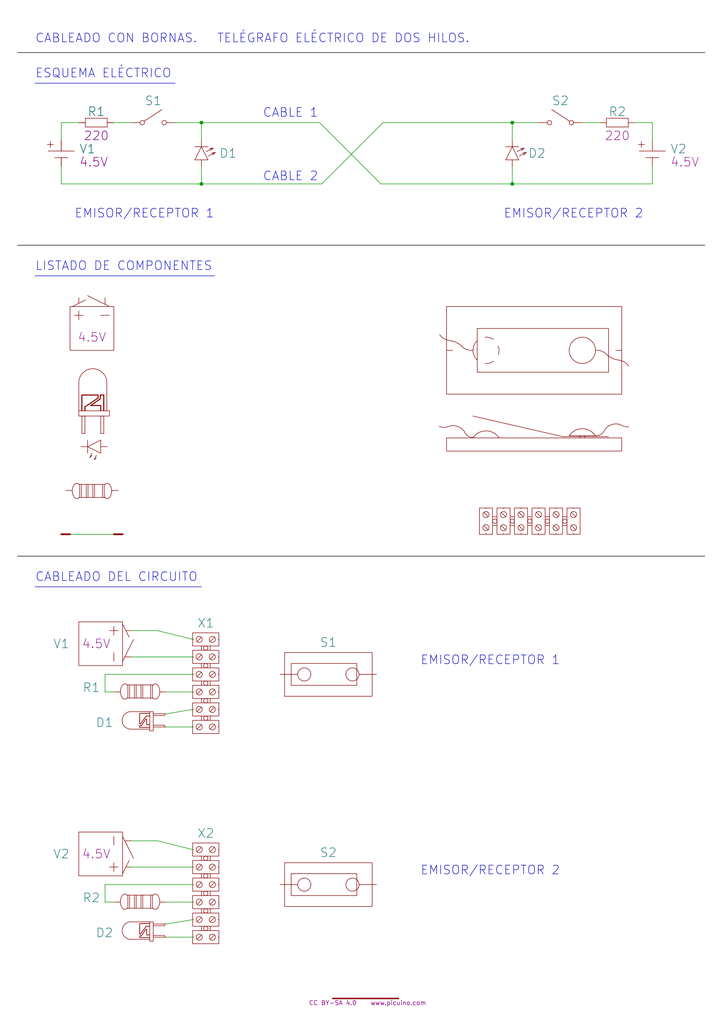
<source format=kicad_sch>
(kicad_sch (version 20230121) (generator eeschema)
  (paper "A4" portrait)
  (title_block (title "Circuitos eléctricos. Cableado con bornas.") (date "14/12/2018") (company "www.picuino.com") (comment 1 "Copyright (c) 2018 by Carlos Pardo") (comment 2 "License CC BY-SA 4.0"))
  (lib_symbols
    (symbol "electronic-bornas-telegrafo-rescue:CopyRight-simbolos" (pin_names (offset 1.016))
      (property "License" "Licencia CC BY-SA 4.0" (at 9.525 5.715 0))
      (property "Author" "Carlos Pardo" (at 7.62 3.81 0))
      (property "Date" "© 2018" (at -1.27 3.81 0))
      (property "Web" "www.picuino.com" (at 9.525 1.905 0))
      (symbol "CopyRight-simbolos_0_1"
        (polyline (pts (xy 0 0) (xy 19.05 0)) (stroke (width 0.4064)))
      )
    )
    (symbol "electronic-bornas-telegrafo-rescue:LED_pack-simbolos" (pin_names (offset 1.016))
      (property "Reference" "D" (at 8.89 5.08 0))
      (symbol "LED_pack-simbolos_0_1"
        (polyline (pts (xy 0 0) (xy 0 9.652)))
        (polyline (pts (xy 2.54 -8.89) (xy 0.635 -8.89)))
        (polyline (pts (xy 2.54 -6.985) (xy 2.54 -10.795)))
        (polyline (pts (xy 3.175 -12.065) (xy 3.81 -11.43)))
        (polyline (pts (xy 3.81 -10.795) (xy 3.175 -12.065)))
        (polyline (pts (xy 4.445 -12.7) (xy 5.08 -12.065)))
        (polyline (pts (xy 5.08 -11.43) (xy 4.445 -12.7)))
        (polyline (pts (xy 6.35 -8.89) (xy 8.255 -8.89)))
        (polyline (pts (xy 8.128 1.524) (xy 8.128 9.652)))
        (polyline (pts (xy 0 1.524) (xy 8.89 1.524) (xy 8.89 0) (xy 0 0)))
        (polyline (pts (xy 6.35 -6.985) (xy 6.35 -10.795) (xy 2.54 -8.89) (xy 6.35 -6.985)))
        (polyline (pts (xy 0.889 1.524) (xy 0.889 6.096) (xy 5.588 6.096) (xy 5.588 5.207) (xy 1.778 2.667) (xy 1.778 1.524)) (stroke (width 0.3048)))
        (polyline (pts (xy 7.239 1.524) (xy 7.239 6.096) (xy 6.223 6.096) (xy 6.223 4.953) (xy 3.429 3.048) (xy 6.35 3.048) (xy 6.35 1.524)) (stroke (width 0.3048)))
        (rectangle (start 0.889 0) (end 1.778 -5.08))
        (rectangle (start 6.35 0) (end 7.239 -5.08))
        (arc (start 8.128 9.652) (mid 4.064 13.6983) (end 0 9.652))
      )
    )
    (symbol "electronic-bornas-telegrafo-rescue:LED_pack_5mm-simbolos" (pin_names (offset 1.016))
      (property "Reference" "D" (at 5.08 7.62 0))
      (symbol "LED_pack_5mm-simbolos_0_1"
        (polyline (pts (xy -0.635 10.287) (xy -0.635 4.826)))
        (polyline (pts (xy 0 1.905) (xy 0 3.81)))
        (polyline (pts (xy 3.81 1.905) (xy 3.81 3.81)))
        (polyline (pts (xy 4.445 10.287) (xy 4.445 4.826)))
        (polyline (pts (xy 0 0.508) (xy 0.508 0.508) (xy 0.508 3.81)))
        (polyline (pts (xy 3.81 0.508) (xy 3.302 0.508) (xy 3.302 3.81)))
        (polyline (pts (xy -0.127 4.826) (xy -0.127 7.747) (xy 2.921 7.747) (xy 2.921 7.493) (xy 0.635 5.842) (xy 0.635 4.826)) (stroke (width 0.2032)))
        (polyline (pts (xy 4.445 4.826) (xy -0.635 4.826) (xy -0.635 3.81) (xy 4.953 3.81) (xy 4.953 4.826) (xy 4.445 4.826)))
        (polyline (pts (xy 3.937 4.826) (xy 3.937 7.747) (xy 3.429 7.747) (xy 3.429 7.239) (xy 1.524 5.969) (xy 1.524 5.715) (xy 3.175 5.715) (xy 3.175 4.826)) (stroke (width 0.2032)))
        (arc (start 4.445 10.287) (mid 1.905 12.816) (end -0.635 10.287))
      )
      (symbol "LED_pack_5mm-simbolos_1_1"
        (pin input line (at 0 0 90) (length 1.905) (name "") (number ""))
        (pin input line (at 3.81 0 90) (length 1.905) (name "") (number ""))
      )
    )
    (symbol "electronic-bornas-telegrafo-rescue:Pila-simbolos" (pin_names (offset 1.016))
      (property "Reference" "V" (at 5.08 -4.445 0))
      (symbol "Pila-simbolos_0_1"
        (polyline (pts (xy -4.064 -1.27) (xy -2.286 -1.27)))
        (polyline (pts (xy -3.81 -3.175) (xy 3.81 -3.175)))
        (polyline (pts (xy -3.175 -0.381) (xy -3.175 -2.159)))
        (polyline (pts (xy -1.905 -5.08) (xy 1.905 -5.08)))
      )
      (symbol "Pila-simbolos_1_1"
        (pin input line (at 0 -7.62 90) (length 2.54) (name "") (number ""))
        (pin input line (at 0 0 270) (length 3.175) (name "") (number ""))
      )
    )
    (symbol "electronic-bornas-telegrafo-rescue:borna_6x2-simbolos" (pin_names (offset 1.016))
      (property "Reference" "X" (at 3.81 3.81 0))
      (symbol "borna_6x2-simbolos_0_1"
        (rectangle (start 0 -23.495) (end 7.62 -27.305))
        (rectangle (start 0 -18.415) (end 7.62 -22.225))
        (rectangle (start 0 -13.335) (end 7.62 -17.145))
        (rectangle (start 0 -8.255) (end 7.62 -12.065))
        (rectangle (start 0 -3.175) (end 7.62 -6.985))
        (polyline (pts (xy 1.27 -26.035) (xy 2.54 -24.765)))
        (polyline (pts (xy 1.27 -20.955) (xy 2.54 -19.685)))
        (polyline (pts (xy 1.27 -15.875) (xy 2.54 -14.605)))
        (polyline (pts (xy 1.27 -10.795) (xy 2.54 -9.525)))
        (polyline (pts (xy 1.27 -5.715) (xy 2.54 -4.445)))
        (polyline (pts (xy 1.27 -0.635) (xy 2.54 0.635)))
        (polyline (pts (xy 2.54 -23.495) (xy 2.54 -22.225)))
        (polyline (pts (xy 2.54 -18.415) (xy 2.54 -17.145)))
        (polyline (pts (xy 2.54 -13.335) (xy 2.54 -12.065)))
        (polyline (pts (xy 2.54 -8.255) (xy 2.54 -6.985)))
        (polyline (pts (xy 2.54 -3.175) (xy 2.54 -1.905)))
        (polyline (pts (xy 5.08 -26.035) (xy 6.35 -24.765)))
        (polyline (pts (xy 5.08 -23.495) (xy 5.08 -22.225)))
        (polyline (pts (xy 5.08 -20.955) (xy 6.35 -19.685)))
        (polyline (pts (xy 5.08 -18.415) (xy 5.08 -17.145)))
        (polyline (pts (xy 5.08 -15.875) (xy 6.35 -14.605)))
        (polyline (pts (xy 5.08 -13.335) (xy 5.08 -12.065)))
        (polyline (pts (xy 5.08 -10.795) (xy 6.35 -9.525)))
        (polyline (pts (xy 5.08 -8.255) (xy 5.08 -6.985)))
        (polyline (pts (xy 5.08 -5.715) (xy 6.35 -4.445)))
        (polyline (pts (xy 5.08 -3.175) (xy 5.08 -1.905)))
        (polyline (pts (xy 5.08 -0.635) (xy 6.35 0.635)))
        (rectangle (start 0 1.905) (end 7.62 -1.905))
        (circle (center 1.905 -25.4) (radius 0.889))
        (circle (center 1.905 -20.32) (radius 0.889))
        (circle (center 1.905 -15.24) (radius 0.889))
        (circle (center 1.905 -10.16) (radius 0.889))
        (circle (center 1.905 -5.08) (radius 0.889))
        (circle (center 1.905 0) (radius 0.889))
        (circle (center 3.81 -22.86) (radius 0.635))
        (circle (center 3.81 -17.78) (radius 0.635))
        (circle (center 3.81 -12.7) (radius 0.635))
        (circle (center 3.81 -7.62) (radius 0.635))
        (circle (center 3.81 -2.54) (radius 0.635))
        (circle (center 5.715 -25.4) (radius 0.889))
        (circle (center 5.715 -20.32) (radius 0.889))
        (circle (center 5.715 -15.24) (radius 0.889))
        (circle (center 5.715 -10.16) (radius 0.889))
        (circle (center 5.715 -5.08) (radius 0.889))
        (circle (center 5.715 0) (radius 0.889))
      )
      (symbol "borna_6x2-simbolos_1_1"
        (pin input line (at 0 -25.4 0) (length 0.254) (name "") (number ""))
        (pin input line (at 0 -20.32 0) (length 0.254) (name "") (number ""))
        (pin input line (at 0 -15.24 0) (length 0.254) (name "") (number ""))
        (pin input line (at 0 -10.16 0) (length 0.254) (name "") (number ""))
        (pin input line (at 0 -5.08 0) (length 0.254) (name "") (number ""))
        (pin input line (at 0 0 0) (length 0.254) (name "") (number ""))
        (pin input line (at 7.62 -25.4 180) (length 0.254) (name "") (number ""))
        (pin input line (at 7.62 -20.32 180) (length 0.254) (name "") (number ""))
        (pin input line (at 7.62 -15.24 180) (length 0.254) (name "") (number ""))
        (pin input line (at 7.62 -10.16 180) (length 0.254) (name "") (number ""))
        (pin input line (at 7.62 -5.08 180) (length 0.254) (name "") (number ""))
        (pin input line (at 7.62 0 180) (length 0.254) (name "") (number ""))
      )
    )
    (symbol "electronic-bornas-telegrafo-rescue:cable-simbolos" (pin_names (offset 1.016))
      (symbol "cable-simbolos_0_1"
        (polyline (pts (xy 0 0) (xy 2.54 0)) (stroke (width 0.508)))
      )
      (symbol "cable-simbolos_1_1"
        (pin input line (at 0 0 0) (length 1.778) (name "") (number ""))
        (pin input line (at 2.54 0 180) (length 1.778) (name "") (number ""))
      )
    )
    (symbol "electronic-bornas-telegrafo-rescue:diodo_led-simbolos" (pin_names (offset 1.016))
      (property "Reference" "D" (at 5.08 -3.81 0))
      (symbol "diodo_led-simbolos_0_1"
        (polyline (pts (xy 1.397 -4.318) (xy 3.429 -5.334)))
        (polyline (pts (xy 1.905 -5.715) (xy -1.905 -5.715)))
        (polyline (pts (xy 2.032 -3.048) (xy 4.064 -4.064)))
        (polyline (pts (xy 3.429 -5.334) (xy 2.3622 -5.1816)))
        (polyline (pts (xy 3.429 -5.334) (xy 2.667 -4.572)))
        (polyline (pts (xy 4.064 -4.064) (xy 2.9972 -3.9116)))
        (polyline (pts (xy 4.064 -4.064) (xy 3.302 -3.302)))
        (polyline (pts (xy 1.905 -1.905) (xy -1.905 -1.905) (xy 0 -5.715) (xy 1.905 -1.905)))
      )
      (symbol "diodo_led-simbolos_1_1"
        (pin input line (at 0 -7.62 90) (length 1.905) (name "") (number ""))
        (pin input line (at 0 0 270) (length 1.905) (name "") (number ""))
      )
    )
    (symbol "electronic-bornas-telegrafo-rescue:pila_petaca-simbolos" (pin_names (offset 1.016))
      (property "Reference" "V" (at 11.43 -8.89 0))
      (property "V" "4.5V" (at 3.81 -12.7 0))
      (symbol "pila_petaca-simbolos_0_1"
        (rectangle (start -2.54 -2.54) (end 10.16 -15.24))
        (polyline (pts (xy -1.27 -5.08) (xy 1.27 -5.08)))
        (polyline (pts (xy -1.27 -2.54) (xy 5.08 0.635)))
        (polyline (pts (xy 7.62 -3.81) (xy 7.62 -6.35)))
        (polyline (pts (xy 8.89 -5.08) (xy 6.35 -5.08)))
        (polyline (pts (xy 9.525 -2.54) (xy 5.715 -0.635)))
      )
      (symbol "pila_petaca-simbolos_1_1"
        (pin input line (at 0 0 270) (length 1.905) (name "") (number ""))
        (pin input line (at 7.62 0 270) (length 1.524) (name "") (number ""))
      )
    )
    (symbol "electronic-bornas-telegrafo-rescue:pulsador_telegrafo-simbolos" (pin_names (offset 1.016))
      (property "Reference" "S" (at 1.905 9.525 0))
      (symbol "pulsador_telegrafo-simbolos_0_1"
        (arc (start -2.159 -22.098) (mid -0.6222 -22.3214) (end 0.889 -21.971))
        (arc (start -2.032 4.572) (mid -0.6938 3.3613) (end 1.016 2.794))
        (rectangle (start 0 -25.4) (end 50.8 -29.21))
        (rectangle (start 0 -12.7) (end 50.8 12.7))
        (polyline (pts (xy 35.56 -24.765) (xy 43.18 -24.765)))
        (polyline (pts (xy 38.735 -24.765) (xy 38.735 -25.4)))
        (polyline (pts (xy 40.005 -24.765) (xy 40.005 -25.4)))
        (polyline (pts (xy 46.99 -25.019) (xy 33.655 -25.019) (xy 7.62 -19.05)))
        (arc (start 4.318 1.27) (mid 2.7858 2.2873) (end 1.016 2.794))
        (arc (start 4.318 1.27) (mid 5.8179 0.2354) (end 7.62 0))
        (arc (start 5.207 -23.622) (mid 3.3153 -22.0965) (end 0.889 -21.971))
        (arc (start 5.207 -23.622) (mid 6.2653 -24.8988) (end 7.874 -25.273))
        (arc (start 8.89 2.794) (mid 7.654 0) (end 8.89 -2.794))
        (rectangle (start 8.89 6.35) (end 46.99 -6.35))
        (arc (start 11.176 -3.81) (mid 12.4376 -3.6997) (end 13.589 -3.175))
        (arc (start 13.589 3.175) (mid 12.4359 3.6931) (end 11.176 3.81))
        (arc (start 14.986 -1.27) (mid 15.206 0) (end 14.986 1.27))
        (arc (start 15.24 -25.4) (mid 11.43 -23.3609) (end 7.62 -25.4))
        (circle (center 39.37 0) (radius 3.81))
        (arc (start 43.18 -24.765) (mid 39.37 -22.7259) (end 35.56 -24.765))
        (arc (start 43.18 -24.765) (mid 44.777 -24.3721) (end 45.847 -23.114))
        (arc (start 46.482 -1.27) (mid 44.9821 -0.2354) (end 43.18 0))
        (arc (start 46.482 -1.27) (mid 48.0142 -2.2873) (end 49.784 -2.794))
        (arc (start 50.165 -21.463) (mid 47.7394 -21.5904) (end 45.847 -23.114))
        (arc (start 50.165 -21.463) (mid 51.4494 -22.0148) (end 52.832 -22.225))
        (arc (start 52.832 -4.572) (mid 51.4938 -3.3613) (end 49.784 -2.794))
      )
      (symbol "pulsador_telegrafo-simbolos_1_1"
        (pin input line (at 0 0 0) (length 1.778) (name "") (number ""))
        (pin input line (at 50.8 0 180) (length 1.778) (name "") (number ""))
      )
    )
    (symbol "electronic-bornas-telegrafo-rescue:pulsador_telegrafo_2-simbolos" (pin_names (offset 1.016))
      (property "Reference" "S" (at 14.605 8.255 0))
      (symbol "pulsador_telegrafo_2-simbolos_0_1"
        (rectangle (start 1.27 6.35) (end 26.67 -6.35))
        (rectangle (start 5.715 3.175) (end 24.765 -3.175))
        (circle (center 6.985 0) (radius 1.905))
        (circle (center 20.955 0) (radius 1.905))
      )
      (symbol "pulsador_telegrafo_2-simbolos_1_1"
        (pin input line (at 0 0 0) (length 5.08) (name "") (number ""))
        (pin input line (at 27.94 0 180) (length 5.08) (name "") (number ""))
      )
    )
    (symbol "electronic-bornas-telegrafo-rescue:resistencia-simbolos" (pin_names (offset 1.016))
      (property "Reference" "R" (at 1.905 -5.08 0))
      (symbol "resistencia-simbolos_0_1"
        (rectangle (start -1.27 -1.905) (end 1.27 -8.255))
      )
      (symbol "resistencia-simbolos_1_1"
        (pin input line (at 0 -10.16 90) (length 1.905) (name "") (number ""))
        (pin input line (at 0 0 270) (length 1.905) (name "") (number ""))
      )
    )
    (symbol "electronic-bornas-telegrafo-rescue:resistencia_pack-simbolos" (pin_names (offset 1.016))
      (property "Reference" "R" (at 6.35 3.81 0))
      (property "R" "100" (at 6.985 3.81 0))
      (symbol "resistencia_pack-simbolos_0_1"
        (polyline (pts (xy 3.81 -2.032) (xy 11.43 -2.032)))
        (polyline (pts (xy 3.81 1.778) (xy 11.43 1.778)))
        (polyline (pts (xy 4.064 1.778) (xy 4.064 -2.032)))
        (polyline (pts (xy 4.572 1.778) (xy 4.572 -2.032)))
        (polyline (pts (xy 5.969 1.778) (xy 5.969 -2.032)))
        (polyline (pts (xy 6.477 1.778) (xy 6.477 -2.032)))
        (polyline (pts (xy 7.874 1.778) (xy 7.874 -2.032)))
        (polyline (pts (xy 8.382 1.778) (xy 8.382 -2.032)))
        (polyline (pts (xy 10.668 1.778) (xy 10.668 -2.032)))
        (polyline (pts (xy 11.176 1.778) (xy 11.176 -2.032)))
        (arc (start 2.54 -2.032) (mid 3.175 -2.3372) (end 3.81 -2.032))
        (arc (start 2.54 1.778) (mid 1.905 -0.127) (end 2.54 -2.032))
        (arc (start 3.81 1.778) (mid 3.175 2.0832) (end 2.54 1.778))
        (arc (start 11.43 -2.032) (mid 12.065 -2.3372) (end 12.7 -2.032))
        (arc (start 12.7 -2.032) (mid 13.335 -0.127) (end 12.7 1.778))
        (arc (start 12.7 1.778) (mid 12.065 2.0832) (end 11.43 1.778))
      )
      (symbol "resistencia_pack-simbolos_1_1"
        (pin input line (at 0 0 0) (length 1.905) (name "") (number ""))
        (pin input line (at 15.24 0 180) (length 1.905) (name "") (number ""))
      )
    )
    (symbol "electronic-bornas-telegrafo-rescue:switch-simbolos" (pin_names (offset 1.016))
      (property "Reference" "S" (at 4.445 3.175 0))
      (symbol "switch-simbolos_0_0"
        (polyline (pts (xy 8.89 3.81) (xy 3.683 0.381)))
        (circle (center 3.175 0) (radius 0.635))
        (circle (center 9.525 0) (radius 0.635))
      )
      (symbol "switch-simbolos_1_1"
        (pin input line (at 0 0 0) (length 2.54) (name "") (number ""))
        (pin input line (at 12.7 0 180) (length 2.54) (name "") (number ""))
      )
    )
  )
  (junction (at 58.42 53.34))
  (junction (at 58.42 35.56))
  (junction (at 148.59 53.34))
  (junction (at 148.59 35.56))
  (wire (pts (xy 110.49 53.34) (xy 92.71 35.56)))
  (wire (pts (xy 30.48 195.58) (xy 30.48 200.66)))
  (wire (pts (xy 58.42 35.56) (xy 92.71 35.56)))
  (wire (pts (xy 189.23 48.26) (xy 189.23 53.34)))
  (polyline (pts (xy 5.08 161.29) (xy 204.47 161.29)) (stroke (width 0) (type solid) (color 0 0 0 1)))
  (wire (pts (xy 30.48 256.54) (xy 30.48 261.62)))
  (wire (pts (xy 48.26 210.82) (xy 55.88 210.82)))
  (wire (pts (xy 48.26 200.66) (xy 55.88 200.66)))
  (wire (pts (xy 48.26 271.78) (xy 55.88 271.78)))
  (wire (pts (xy 110.49 53.34) (xy 148.59 53.34)))
  (polyline (pts (xy 5.08 71.12) (xy 204.47 71.12)) (stroke (width 0) (type solid) (color 0 0 0 1)))
  (wire (pts (xy 156.21 35.56) (xy 148.59 35.56)))
  (wire (pts (xy 20.32 154.94) (xy 33.02 154.94)))
  (wire (pts (xy 38.1 190.5) (xy 55.88 190.5)))
  (wire (pts (xy 48.26 261.62) (xy 55.88 261.62)))
  (wire (pts (xy 148.59 35.56) (xy 111.125 35.56)))
  (wire (pts (xy 148.59 53.34) (xy 148.59 48.26)))
  (wire (pts (xy 55.88 205.74) (xy 48.26 207.01)))
  (wire (pts (xy 189.23 53.34) (xy 148.59 53.34)))
  (wire (pts (xy 55.88 266.7) (xy 48.26 267.97)))
  (wire (pts (xy 30.48 200.66) (xy 33.02 200.66)))
  (polyline (pts (xy 5.08 15.24) (xy 204.47 15.24)) (stroke (width 0) (type solid) (color 0 0 0 1)))
  (wire (pts (xy 30.48 256.54) (xy 55.88 256.54)))
  (wire (pts (xy 45.72 243.84) (xy 55.88 246.38)))
  (wire (pts (xy 30.48 261.62) (xy 33.02 261.62)))
  (wire (pts (xy 189.23 35.56) (xy 189.23 40.64)))
  (wire (pts (xy 17.78 35.56) (xy 22.86 35.56)))
  (wire (pts (xy 33.02 35.56) (xy 38.1 35.56)))
  (wire (pts (xy 30.48 195.58) (xy 55.88 195.58)))
  (wire (pts (xy 17.78 35.56) (xy 17.78 40.64)))
  (wire (pts (xy 38.1 251.46) (xy 55.88 251.46)))
  (wire (pts (xy 189.23 35.56) (xy 184.15 35.56)))
  (wire (pts (xy 58.42 40.64) (xy 58.42 35.56)))
  (wire (pts (xy 17.78 48.26) (xy 17.78 53.34)))
  (wire (pts (xy 50.8 35.56) (xy 58.42 35.56)))
  (wire (pts (xy 38.1 182.88) (xy 45.72 182.88)))
  (wire (pts (xy 38.1 243.84) (xy 45.72 243.84)))
  (wire (pts (xy 45.72 182.88) (xy 55.88 185.42)))
  (polyline (pts (xy 10.16 80.01) (xy 62.23 80.01)) (stroke (width 0) (type solid)))
  (wire (pts (xy 111.125 35.56) (xy 93.345 53.34)))
  (wire (pts (xy 58.42 53.34) (xy 93.345 53.34)))
  (polyline (pts (xy 10.16 24.13) (xy 50.8 24.13)) (stroke (width 0) (type solid)))
  (wire (pts (xy 148.59 40.64) (xy 148.59 35.56)))
  (polyline (pts (xy 10.16 170.18) (xy 58.42 170.18)) (stroke (width 0) (type solid)))
  (wire (pts (xy 173.99 35.56) (xy 168.91 35.56)))
  (wire (pts (xy 17.78 53.34) (xy 58.42 53.34)))
  (wire (pts (xy 58.42 53.34) (xy 58.42 48.26)))
  (text "CABLE 2" (at 76.2 52.705 0) (effects (font (size 2.54 2.54)) (justify left bottom)))
  (text "CABLEADO DEL CIRCUITO" (at 10.16 168.91 0) (effects (font (size 2.54 2.54)) (justify left bottom)))
  (text "EMISOR/RECEPTOR 1" (at 121.92 193.04 0) (effects (font (size 2.54 2.54)) (justify left bottom)))
  (text "LISTADO DE COMPONENTES" (at 10.16 78.74 0) (effects (font (size 2.54 2.54)) (justify left bottom)))
  (text "CABLE 1" (at 76.2 34.29 0) (effects (font (size 2.54 2.54)) (justify left bottom)))
  (text "EMISOR/RECEPTOR 2" (at 121.92 254 0) (effects (font (size 2.54 2.54)) (justify left bottom)))
  (text "EMISOR/RECEPTOR 1" (at 21.59 63.5 0) (effects (font (size 2.54 2.54)) (justify left bottom)))
  (text "CABLEADO CON BORNAS.   TELÉGRAFO ELÉCTRICO DE DOS HILOS." (at 10.16 12.7 0) (effects (font (size 2.54 2.54)) (justify left bottom)))
  (text "EMISOR/RECEPTOR 2" (at 146.05 63.5 0) (effects (font (size 2.54 2.54)) (justify left bottom)))
  (text "ESQUEMA ELÉCTRICO" (at 10.16 22.86 0) (effects (font (size 2.54 2.54)) (justify left bottom)))
  (symbol (lib_id "electronic-bornas-telegrafo-rescue:borna_6x2-simbolos") (at 55.88 185.42 0) (unit 1)
    (property "Reference" "X1" (at 59.69 180.6956 0) (effects (font (size 2.54 2.54))))
    (property "Value" "borna_6x2" (effects hide))
  )
  (symbol (lib_id "electronic-bornas-telegrafo-rescue:switch-simbolos") (at 38.1 35.56 0) (unit 1)
    (property "Reference" "S1" (at 44.45 29.21 0) (effects (font (size 2.54 2.54))))
    (property "Value" "switch" (effects hide))
  )
  (symbol (lib_id "electronic-bornas-telegrafo-rescue:resistencia_pack-simbolos") (at 33.02 261.62 0) (mirror x) (unit 1)
    (property "Reference" "R2" (at 29.21 260.35 0) (effects (font (size 2.54 2.54)) (justify right)))
    (property "Value" "resistencia_pack" (effects hide))
    (property "R" "100" (effects hide))
  )
  (symbol (lib_id "electronic-bornas-telegrafo-rescue:cable-simbolos") (at 33.02 154.94 0) (unit 1)
    (property "Reference" "L?" (effects hide))
    (property "Value" "cable" (effects hide))
  )
  (symbol (lib_id "electronic-bornas-telegrafo-rescue:resistencia-simbolos") (at 184.15 35.56 270) (mirror x) (unit 1)
    (property "Reference" "R2" (at 179.07 32.385 90) (effects (font (size 2.54 2.54))))
    (property "Value" "resistencia" (effects hide))
    (property "R" "220" (at 179.07 39.37 90) (effects (font (size 2.54 2.54))))
  )
  (symbol (lib_id "electronic-bornas-telegrafo-rescue:pila_petaca-simbolos") (at 38.1 190.5 270) (mirror x) (unit 1)
    (property "Reference" "V1" (at 20.32 186.69 90) (effects (font (size 2.54 2.54)) (justify right)))
    (property "Value" "pila_petaca" (effects hide))
    (property "V" "4.5V" (at 27.94 186.69 90) (effects (font (size 2.54 2.54))))
  )
  (symbol (lib_id "electronic-bornas-telegrafo-rescue:diodo_led-simbolos") (at 58.42 48.26 0) (mirror x) (unit 1)
    (property "Reference" "D1" (at 63.5 44.45 0) (effects (font (size 2.54 2.54)) (justify left)))
    (property "Value" "diodo_led" (effects hide))
  )
  (symbol (lib_id "electronic-bornas-telegrafo-rescue:pila_petaca-simbolos") (at 38.1 243.84 270) (unit 1)
    (property "Reference" "V2" (at 20.32 247.65 90) (effects (font (size 2.54 2.54)) (justify right)))
    (property "Value" "pila_petaca" (effects hide))
    (property "V" "4.5V" (at 27.94 247.65 90) (effects (font (size 2.54 2.54))))
  )
  (symbol (lib_id "electronic-bornas-telegrafo-rescue:Pila-simbolos") (at 189.23 40.64 0) (unit 1)
    (property "Reference" "V2" (at 194.31 43.18 0) (effects (font (size 2.54 2.54)) (justify left)))
    (property "Value" "Pila" (effects hide))
    (property "V" "4.5V" (at 194.31 46.99 0) (effects (font (size 2.54 2.54)) (justify left)))
  )
  (symbol (lib_id "electronic-bornas-telegrafo-rescue:pulsador_telegrafo_2-simbolos") (at 109.22 195.58 180) (unit 1)
    (property "Reference" "S1" (at 95.25 186.2836 0) (effects (font (size 2.54 2.54))))
    (property "Value" "pulsador_telegrafo_2" (effects hide))
  )
  (symbol (lib_id "electronic-bornas-telegrafo-rescue:pila_petaca-simbolos") (at 30.48 86.36 0) (mirror y) (unit 1)
    (property "Reference" "V?" (effects hide))
    (property "Value" "pila_petaca" (effects hide))
    (property "V" "4.5V" (at 26.67 97.79 0) (effects (font (size 2.54 2.54))))
  )
  (symbol (lib_id "electronic-bornas-telegrafo-rescue:pulsador_telegrafo_2-simbolos") (at 109.22 256.54 180) (unit 1)
    (property "Reference" "S2" (at 95.25 247.2436 0) (effects (font (size 2.54 2.54))))
    (property "Value" "pulsador_telegrafo_2" (effects hide))
  )
  (symbol (lib_id "electronic-bornas-telegrafo-rescue:LED_pack_5mm-simbolos") (at 48.26 267.97 90) (mirror x) (unit 1)
    (property "Reference" "D2" (at 33.02 270.51 90) (effects (font (size 2.54 2.54)) (justify left)))
    (property "Value" "LED_pack_5mm" (effects hide))
  )
  (symbol (lib_id "electronic-bornas-telegrafo-rescue:pulsador_telegrafo-simbolos") (at 129.54 101.6 0) (unit 1)
    (property "Reference" "S?" (effects hide))
    (property "Value" "pulsador_telegrafo" (effects hide))
  )
  (symbol (lib_id "electronic-bornas-telegrafo-rescue:switch-simbolos") (at 168.91 35.56 0) (mirror y) (unit 1)
    (property "Reference" "S2" (at 162.56 29.21 0) (effects (font (size 2.54 2.54))))
    (property "Value" "switch" (effects hide))
  )
  (symbol (lib_id "electronic-bornas-telegrafo-rescue:Pila-simbolos") (at 17.78 40.64 0) (unit 1)
    (property "Reference" "V1" (at 22.86 43.18 0) (effects (font (size 2.54 2.54)) (justify left)))
    (property "Value" "Pila" (effects hide))
    (property "V" "4.5V" (at 22.86 46.99 0) (effects (font (size 2.54 2.54)) (justify left)))
  )
  (symbol (lib_id "electronic-bornas-telegrafo-rescue:cable-simbolos") (at 17.78 154.94 0) (unit 1)
    (property "Reference" "L?" (effects hide))
    (property "Value" "cable" (effects hide))
  )
  (symbol (lib_id "electronic-bornas-telegrafo-rescue:LED_pack_5mm-simbolos") (at 48.26 207.01 90) (mirror x) (unit 1)
    (property "Reference" "D1" (at 33.02 209.55 90) (effects (font (size 2.54 2.54)) (justify left)))
    (property "Value" "LED_pack_5mm" (effects hide))
  )
  (symbol (lib_id "electronic-bornas-telegrafo-rescue:resistencia-simbolos") (at 22.86 35.56 90) (unit 1)
    (property "Reference" "R1" (at 27.94 32.385 90) (effects (font (size 2.54 2.54))))
    (property "Value" "resistencia" (effects hide))
    (property "R" "220" (at 27.94 39.37 90) (effects (font (size 2.54 2.54))))
  )
  (symbol (lib_id "electronic-bornas-telegrafo-rescue:resistencia_pack-simbolos") (at 33.02 200.66 0) (mirror x) (unit 1)
    (property "Reference" "R1" (at 29.21 199.39 0) (effects (font (size 2.54 2.54)) (justify right)))
    (property "Value" "resistencia_pack" (effects hide))
    (property "R" "100" (effects hide))
  )
  (symbol (lib_id "electronic-bornas-telegrafo-rescue:CopyRight-simbolos") (at 96.52 289.56 0) (unit 1)
    (property "Reference" "CP1" (effects hide))
    (property "Value" "CopyRight" (effects hide))
    (property "License" "CC BY-SA 4.0" (at 96.52 290.83 0))
    (property "Web" "www.picuino.com" (at 115.57 290.83 0))
  )
  (symbol (lib_id "electronic-bornas-telegrafo-rescue:borna_6x2-simbolos") (at 55.88 246.38 0) (unit 1)
    (property "Reference" "X2" (at 59.69 241.6556 0) (effects (font (size 2.54 2.54))))
    (property "Value" "borna_6x2" (effects hide))
  )
  (symbol (lib_id "electronic-bornas-telegrafo-rescue:resistencia_pack-simbolos") (at 19.05 142.24 0) (unit 1)
    (property "Reference" "R?" (effects hide))
    (property "Value" "resistencia_pack" (effects hide))
    (property "R" "100" (effects hide))
  )
  (symbol (lib_id "electronic-bornas-telegrafo-rescue:diodo_led-simbolos") (at 148.59 48.26 0) (mirror x) (unit 1)
    (property "Reference" "D2" (at 153.035 44.45 0) (effects (font (size 2.54 2.54)) (justify left)))
    (property "Value" "diodo_led" (effects hide))
  )
  (symbol (lib_id "electronic-bornas-telegrafo-rescue:LED_pack-simbolos") (at 22.86 120.65 0) (unit 1)
    (property "Reference" "D?" (effects hide))
    (property "Value" "LED_pack" (effects hide))
  )
  (symbol (lib_id "electronic-bornas-telegrafo-rescue:borna_6x2-simbolos") (at 166.37 147.32 270) (unit 1)
    (property "Reference" "X?" (effects hide))
    (property "Value" "borna_6x2" (effects hide))
  )
)
</source>
